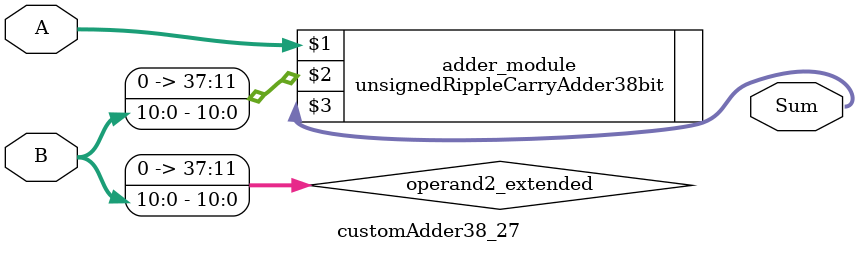
<source format=v>
module customAdder38_27(
                        input [37 : 0] A,
                        input [10 : 0] B,
                        
                        output [38 : 0] Sum
                );

        wire [37 : 0] operand2_extended;
        
        assign operand2_extended =  {27'b0, B};
        
        unsignedRippleCarryAdder38bit adder_module(
            A,
            operand2_extended,
            Sum
        );
        
        endmodule
        
</source>
